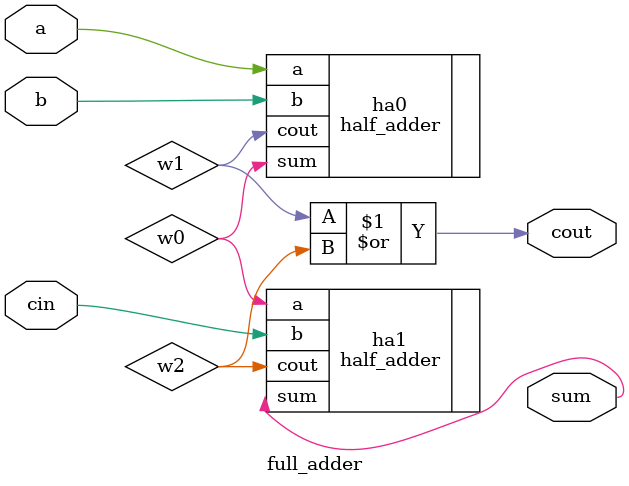
<source format=v>
/*Full adder using half adder*/

module full_adder(a,
                  b,
                  cin,
                  sum,
                  cout);

    //port direction

    input a,b,cin;
    output sum,cout;

    wire w0,w1,w2;

    half_adder ha0(.a(a),.b(b),.sum(w0),.cout(w1));
    half_adder ha1(.a(w0),.b(cin),.sum(sum),.cout(w2));

    or org(cout,w1,w2);

endmodule

</source>
